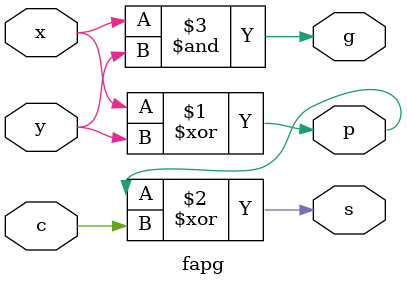
<source format=sv>
`timescale 1ns / 1ps
module fapg (
    input x,
    input y,
    input c,
    output p,
    output g,
    output s
);

assign p = x ^ y; //XOR
assign s = p ^ c; //XOR
assign g = x & y; //AND

endmodule
</source>
